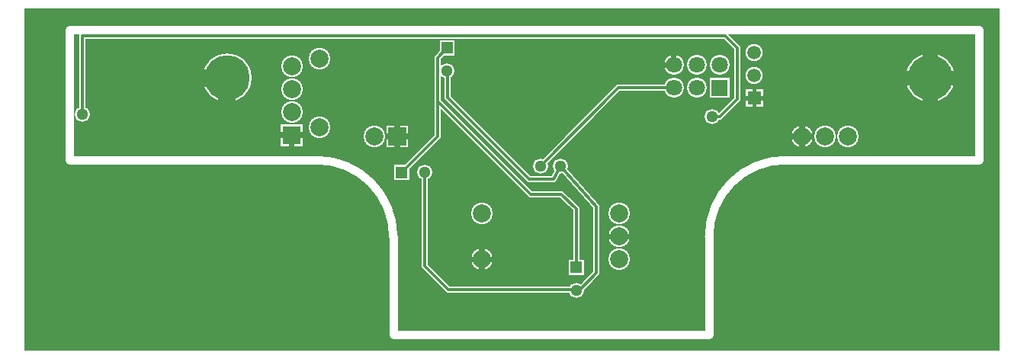
<source format=gbr>
%FSLAX34Y34*%
%MOMM*%
%LNCOPPER_BOTTOM*%
G71*
G01*
%ADD10C, 5.400*%
%ADD11C, 2.400*%
%ADD12C, 1.680*%
%ADD13C, 0.700*%
%ADD14C, 2.200*%
%ADD15C, 0.900*%
%ADD16C, 1.900*%
%ADD17C, 1.280*%
%ADD18C, 1.667*%
%ADD19C, 2.000*%
%ADD20C, 0.667*%
%ADD21C, 0.600*%
%ADD22C, 0.500*%
%ADD23C, 5.000*%
%ADD24C, 2.000*%
%ADD25C, 0.300*%
%ADD26C, 1.800*%
%ADD27C, 1.500*%
%LPD*%
G36*
X14287Y14684D02*
X-1068713Y14684D01*
X-1068713Y-365316D01*
X14287Y-365316D01*
X14287Y14684D01*
G37*
%LPC*%
X-62707Y-62706D02*
G54D10*
D03*
X-843757Y-62706D02*
G54D10*
D03*
G36*
X-759922Y-138205D02*
X-759922Y-114205D01*
X-783922Y-114205D01*
X-783922Y-138205D01*
X-759922Y-138205D01*
G37*
X-771923Y-100806D02*
G54D11*
D03*
X-771923Y-75406D02*
G54D11*
D03*
X-771923Y-50006D02*
G54D11*
D03*
X-407988Y-213519D02*
G54D11*
D03*
X-560388Y-213519D02*
G54D11*
D03*
X-407988Y-238919D02*
G54D11*
D03*
X-560388Y-264319D02*
G54D11*
D03*
X-407988Y-264319D02*
G54D11*
D03*
G36*
X-447610Y-264650D02*
X-464410Y-264650D01*
X-464410Y-281450D01*
X-447610Y-281450D01*
X-447610Y-264650D01*
G37*
X-456010Y-298450D02*
G54D12*
D03*
G36*
X-607670Y-37697D02*
X-590870Y-37697D01*
X-590870Y-20897D01*
X-607670Y-20897D01*
X-607670Y-37697D01*
G37*
X-599270Y-54697D02*
G54D12*
D03*
G54D13*
X-456010Y-273050D02*
X-456010Y-208360D01*
X-472680Y-191690D01*
G54D13*
X-456010Y-298450D02*
X-452438Y-298450D01*
X-433388Y-279400D01*
X-433388Y-205582D01*
X-473473Y-160337D01*
G54D13*
X-473473Y-160337D02*
X-481410Y-175022D01*
X-508001Y-175022D01*
X-598885Y-84137D01*
X-598885Y-55082D01*
X-599270Y-54697D01*
G54D13*
X-472680Y-191690D02*
X-506810Y-191690D01*
X-609998Y-88503D01*
X-609998Y-40025D01*
X-599270Y-29297D01*
G36*
X-285717Y-62758D02*
X-307717Y-62758D01*
X-307717Y-84758D01*
X-285717Y-84758D01*
X-285717Y-62758D01*
G37*
X-296717Y-48358D02*
G54D14*
D03*
X-322117Y-73758D02*
G54D14*
D03*
X-322117Y-48358D02*
G54D14*
D03*
X-347517Y-73758D02*
G54D14*
D03*
X-347518Y-48358D02*
G54D14*
D03*
X-495697Y-160337D02*
G54D12*
D03*
G54D15*
X-1017985Y-8732D02*
X-8335Y-8732D01*
G54D15*
X-1018382Y-153988D02*
X-744141Y-153919D01*
G54D15*
X-1018382Y-8731D02*
X-1018382Y-153988D01*
G54D15*
G75*
G01X-659141Y-238919D02*
G03X-744141Y-153919I-85000J0D01*
G01*
G54D15*
X-659210Y-238919D02*
X-659210Y-347663D01*
G54D15*
X-659210Y-347663D02*
X-308441Y-347663D01*
G54D15*
G75*
G01X-223441Y-153919D02*
G03X-308441Y-238919I0J-85000D01*
G01*
G54D15*
X-308441Y-238919D02*
X-308441Y-347663D01*
G54D15*
X-8335Y-8732D02*
X-8335Y-153988D01*
G54D15*
X-8335Y-153988D02*
X-223372Y-153988D01*
X-223441Y-153919D01*
X-154385Y-127793D02*
G54D11*
D03*
X-179785Y-127793D02*
G54D11*
D03*
X-205186Y-127793D02*
G54D11*
D03*
G36*
X-666523Y-115658D02*
X-666523Y-139658D01*
X-642523Y-139658D01*
X-642523Y-115658D01*
X-666523Y-115658D01*
G37*
X-679923Y-127659D02*
G54D11*
D03*
X-473473Y-160337D02*
G54D12*
D03*
X-1004491Y-103187D02*
G54D12*
D03*
G54D13*
X-305197Y-105568D02*
X-296863Y-105568D01*
X-277020Y-85725D01*
X-277020Y-29765D01*
X-290910Y-15875D01*
X-872729Y-15478D01*
X-1004491Y-15478D01*
X-1004491Y-103187D01*
X-305197Y-105568D02*
G54D12*
D03*
G54D13*
X-347517Y-73758D02*
X-409118Y-73758D01*
X-495697Y-160337D01*
G36*
X-248543Y-94395D02*
X-248543Y-75395D01*
X-267543Y-75395D01*
X-267543Y-94395D01*
X-248543Y-94395D01*
G37*
X-258043Y-59495D02*
G54D16*
D03*
X-258043Y-34095D02*
G54D16*
D03*
X-740645Y-41141D02*
G54D11*
D03*
X-740644Y-117340D02*
G54D11*
D03*
G36*
X-641514Y-176037D02*
X-641514Y-159237D01*
X-658314Y-159237D01*
X-658314Y-176037D01*
X-641514Y-176037D01*
G37*
X-624513Y-167637D02*
G54D12*
D03*
G54D13*
X-624513Y-167637D02*
X-624513Y-271234D01*
X-597694Y-298053D01*
X-456407Y-298053D01*
X-456010Y-298450D01*
G54D13*
X-609998Y-88503D02*
X-609998Y-127721D01*
X-649914Y-167637D01*
X-527050Y-37306D02*
G54D17*
D03*
X-434182Y-44846D02*
G54D17*
D03*
X-354410Y-325040D02*
G54D17*
D03*
X-326629Y-325040D02*
G54D17*
D03*
X-905272Y-135731D02*
G54D17*
D03*
X-654447Y-109934D02*
G54D17*
D03*
X-574676Y-184943D02*
G54D17*
D03*
X-400844Y-122237D02*
G54D17*
D03*
%LPD*%
G54D18*
G36*
X-54374Y-62706D02*
X-54374Y-35206D01*
X-71040Y-35206D01*
X-71040Y-62706D01*
X-54374Y-62706D01*
G37*
G36*
X-62707Y-54373D02*
X-90207Y-54373D01*
X-90207Y-71040D01*
X-62707Y-71040D01*
X-62707Y-54373D01*
G37*
G36*
X-71040Y-62706D02*
X-71040Y-90206D01*
X-54374Y-90206D01*
X-54374Y-62706D01*
X-71040Y-62706D01*
G37*
G36*
X-62707Y-71040D02*
X-35207Y-71040D01*
X-35207Y-54373D01*
X-62707Y-54373D01*
X-62707Y-71040D01*
G37*
G54D19*
G36*
X-843757Y-52706D02*
X-871257Y-52706D01*
X-871257Y-72706D01*
X-843757Y-72706D01*
X-843757Y-52706D01*
G37*
G36*
X-853757Y-62706D02*
X-853757Y-90206D01*
X-833757Y-90206D01*
X-833757Y-62706D01*
X-853757Y-62706D01*
G37*
G54D20*
G36*
X-771922Y-129539D02*
X-759422Y-129539D01*
X-759422Y-122872D01*
X-771922Y-122872D01*
X-771922Y-129539D01*
G37*
G36*
X-771922Y-122872D02*
X-784422Y-122872D01*
X-784422Y-129539D01*
X-771922Y-129539D01*
X-771922Y-122872D01*
G37*
G36*
X-775256Y-126205D02*
X-775256Y-138705D01*
X-768589Y-138705D01*
X-768589Y-126205D01*
X-775256Y-126205D01*
G37*
G54D20*
G36*
X-407988Y-235586D02*
X-420488Y-235586D01*
X-420488Y-242253D01*
X-407988Y-242253D01*
X-407988Y-235586D01*
G37*
G36*
X-407988Y-242253D02*
X-395488Y-242253D01*
X-395488Y-235586D01*
X-407988Y-235586D01*
X-407988Y-242253D01*
G37*
G54D20*
G36*
X-560388Y-260986D02*
X-572888Y-260986D01*
X-572888Y-267653D01*
X-560388Y-267653D01*
X-560388Y-260986D01*
G37*
G36*
X-563721Y-264319D02*
X-563721Y-276819D01*
X-557054Y-276819D01*
X-557054Y-264319D01*
X-563721Y-264319D01*
G37*
G36*
X-560388Y-267653D02*
X-547888Y-267653D01*
X-547888Y-260986D01*
X-560388Y-260986D01*
X-560388Y-267653D01*
G37*
G36*
X-557054Y-264319D02*
X-557054Y-251819D01*
X-563721Y-251819D01*
X-563721Y-264319D01*
X-557054Y-264319D01*
G37*
G54D21*
G36*
X-344518Y-48358D02*
X-344518Y-36858D01*
X-350518Y-36858D01*
X-350518Y-48358D01*
X-344518Y-48358D01*
G37*
G36*
X-347518Y-45358D02*
X-359018Y-45358D01*
X-359018Y-51358D01*
X-347518Y-51358D01*
X-347518Y-45358D01*
G37*
G54D20*
G36*
X-201852Y-127793D02*
X-201852Y-115293D01*
X-208519Y-115293D01*
X-208519Y-127793D01*
X-201852Y-127793D01*
G37*
G36*
X-205186Y-124460D02*
X-217686Y-124460D01*
X-217686Y-131127D01*
X-205186Y-131127D01*
X-205186Y-124460D01*
G37*
G36*
X-208519Y-127793D02*
X-208519Y-140293D01*
X-201852Y-140293D01*
X-201852Y-127793D01*
X-208519Y-127793D01*
G37*
G36*
X-205186Y-131127D02*
X-192686Y-131127D01*
X-192686Y-124460D01*
X-205186Y-124460D01*
X-205186Y-131127D01*
G37*
G54D20*
G36*
X-654523Y-124325D02*
X-667023Y-124325D01*
X-667023Y-130992D01*
X-654523Y-130992D01*
X-654523Y-124325D01*
G37*
G36*
X-657856Y-127658D02*
X-657856Y-140158D01*
X-651190Y-140158D01*
X-651190Y-127658D01*
X-657856Y-127658D01*
G37*
G36*
X-654523Y-130992D02*
X-642023Y-130992D01*
X-642023Y-124325D01*
X-654523Y-124325D01*
X-654523Y-130992D01*
G37*
G36*
X-651190Y-127658D02*
X-651190Y-115158D01*
X-657856Y-115158D01*
X-657856Y-127658D01*
X-651190Y-127658D01*
G37*
G54D22*
G36*
X-258043Y-87395D02*
X-248043Y-87395D01*
X-248043Y-82395D01*
X-258043Y-82395D01*
X-258043Y-87395D01*
G37*
G36*
X-255543Y-84895D02*
X-255543Y-74895D01*
X-260543Y-74895D01*
X-260543Y-84895D01*
X-255543Y-84895D01*
G37*
G36*
X-258043Y-82395D02*
X-268043Y-82395D01*
X-268043Y-87395D01*
X-258043Y-87395D01*
X-258043Y-82395D01*
G37*
G36*
X-260543Y-84895D02*
X-260543Y-94895D01*
X-255543Y-94895D01*
X-255543Y-84895D01*
X-260543Y-84895D01*
G37*
X-62707Y-62706D02*
G54D23*
D03*
X-843757Y-62706D02*
G54D23*
D03*
G36*
X-761922Y-136205D02*
X-761922Y-116205D01*
X-781922Y-116205D01*
X-781922Y-136205D01*
X-761922Y-136205D01*
G37*
X-771923Y-100806D02*
G54D24*
D03*
X-771923Y-75406D02*
G54D24*
D03*
X-771923Y-50006D02*
G54D24*
D03*
X-407988Y-213519D02*
G54D24*
D03*
X-560388Y-213519D02*
G54D24*
D03*
X-407988Y-238919D02*
G54D24*
D03*
X-560388Y-264319D02*
G54D24*
D03*
X-407988Y-264319D02*
G54D24*
D03*
G36*
X-449610Y-266650D02*
X-462410Y-266650D01*
X-462410Y-279450D01*
X-449610Y-279450D01*
X-449610Y-266650D01*
G37*
X-456010Y-298450D02*
G54D17*
D03*
G36*
X-605670Y-35697D02*
X-592870Y-35697D01*
X-592870Y-22897D01*
X-605670Y-22897D01*
X-605670Y-35697D01*
G37*
X-599270Y-54697D02*
G54D17*
D03*
G54D25*
X-456010Y-273050D02*
X-456010Y-208360D01*
X-472680Y-191690D01*
G54D25*
X-456010Y-298450D02*
X-452438Y-298450D01*
X-433388Y-279400D01*
X-433388Y-205582D01*
X-473473Y-160337D01*
G54D25*
X-473473Y-160337D02*
X-481410Y-175022D01*
X-508001Y-175022D01*
X-598885Y-84137D01*
X-598885Y-55082D01*
X-599270Y-54697D01*
G54D25*
X-472680Y-191690D02*
X-506810Y-191690D01*
X-609998Y-88503D01*
X-609998Y-40025D01*
X-599270Y-29297D01*
G36*
X-287717Y-64758D02*
X-305717Y-64758D01*
X-305717Y-82758D01*
X-287717Y-82758D01*
X-287717Y-64758D01*
G37*
X-296717Y-48358D02*
G54D26*
D03*
X-322117Y-73758D02*
G54D26*
D03*
X-322117Y-48358D02*
G54D26*
D03*
X-347517Y-73758D02*
G54D26*
D03*
X-347518Y-48358D02*
G54D26*
D03*
X-495697Y-160337D02*
G54D17*
D03*
X-154385Y-127793D02*
G54D24*
D03*
X-179785Y-127793D02*
G54D24*
D03*
X-205186Y-127793D02*
G54D24*
D03*
G36*
X-664523Y-117658D02*
X-664523Y-137658D01*
X-644523Y-137658D01*
X-644523Y-117658D01*
X-664523Y-117658D01*
G37*
X-679923Y-127659D02*
G54D24*
D03*
X-473473Y-160337D02*
G54D17*
D03*
X-1004491Y-103187D02*
G54D17*
D03*
G54D25*
X-305197Y-105568D02*
X-296863Y-105568D01*
X-277020Y-85725D01*
X-277020Y-29765D01*
X-290910Y-15875D01*
X-872729Y-15478D01*
X-1004491Y-15478D01*
X-1004491Y-103187D01*
X-305197Y-105568D02*
G54D17*
D03*
G54D25*
X-347517Y-73758D02*
X-409118Y-73758D01*
X-495697Y-160337D01*
G36*
X-250543Y-92395D02*
X-250543Y-77395D01*
X-265543Y-77395D01*
X-265543Y-92395D01*
X-250543Y-92395D01*
G37*
X-258043Y-59495D02*
G54D27*
D03*
X-258043Y-34095D02*
G54D27*
D03*
X-740645Y-41141D02*
G54D24*
D03*
X-740644Y-117340D02*
G54D24*
D03*
G36*
X-643514Y-174037D02*
X-643514Y-161237D01*
X-656314Y-161237D01*
X-656314Y-174037D01*
X-643514Y-174037D01*
G37*
X-624513Y-167637D02*
G54D17*
D03*
G54D25*
X-624513Y-167637D02*
X-624513Y-271234D01*
X-597694Y-298053D01*
X-456407Y-298053D01*
X-456010Y-298450D01*
G54D25*
X-609998Y-88503D02*
X-609998Y-127721D01*
X-649914Y-167637D01*
X-527050Y-37306D02*
G54D17*
D03*
X-434182Y-44846D02*
G54D17*
D03*
X-354410Y-325040D02*
G54D17*
D03*
X-326629Y-325040D02*
G54D17*
D03*
X-905272Y-135731D02*
G54D17*
D03*
X-654447Y-109934D02*
G54D17*
D03*
X-574676Y-184943D02*
G54D17*
D03*
X-400844Y-122237D02*
G54D17*
D03*
M02*

</source>
